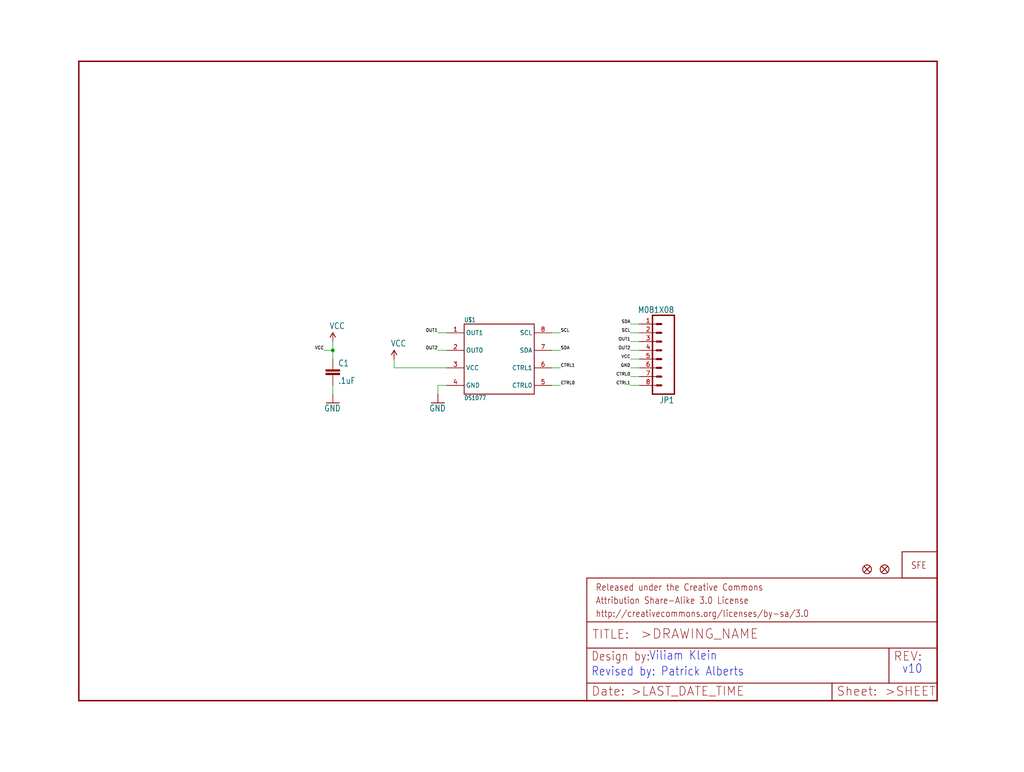
<source format=kicad_sch>
(kicad_sch (version 20211123) (generator eeschema)
  (paper "User" 297.002 223.926)
  (lib_symbols
    (symbol "schematicEagle-eagle-import:CAP0603"
      (property "Reference" "C" (at 1.524 2.921 0))
      (property "Value" "CAP0603" (at 1.524 -2.159 0))
      (symbol "CAP0603_1_0"
        (rectangle (start -2.032 0.508) (end 2.032 1.016) (fill (type outline)))
        (rectangle (start -2.032 1.524) (end 2.032 2.032) (fill (type outline)))
        (polyline (pts (xy 0 0) (xy 0 0.508)) (stroke (width 0.1524)))
        (polyline (pts (xy 0 2.54) (xy 0 2.032)) (stroke (width 0.1524)))
        (pin passive line (at 0 5.08 270) (length 2.54) (name "1") (number "1"))
        (pin passive line (at 0 -2.54 90) (length 2.54) (name "2") (number "2"))
      )
    )
    (symbol "schematicEagle-eagle-import:DS1077"
      (property "Value" "DS1077" (at -10.16 -11.938 0))
      (symbol "DS1077_1_0"
        (polyline (pts (xy -10.16 -10.16) (xy 10.16 -10.16)) (stroke (width 0.254)))
        (polyline (pts (xy -10.16 10.16) (xy -10.16 -10.16)) (stroke (width 0.254)))
        (polyline (pts (xy 10.16 -10.16) (xy 10.16 10.16)) (stroke (width 0.254)))
        (polyline (pts (xy 10.16 10.16) (xy -10.16 10.16)) (stroke (width 0.254)))
        (pin bidirectional line (at -15.24 7.62 0) (length 5.08) (name "OUT1") (number "1"))
        (pin bidirectional line (at -15.24 2.54 0) (length 5.08) (name "OUT0") (number "2"))
        (pin bidirectional line (at -15.24 -2.54 0) (length 5.08) (name "VCC") (number "3"))
        (pin bidirectional line (at -15.24 -7.62 0) (length 5.08) (name "GND") (number "4"))
        (pin bidirectional line (at 15.24 -7.62 180) (length 5.08) (name "CTRL0") (number "5"))
        (pin bidirectional line (at 15.24 -2.54 180) (length 5.08) (name "CTRL1") (number "6"))
        (pin bidirectional line (at 15.24 2.54 180) (length 5.08) (name "SDA") (number "7"))
        (pin bidirectional line (at 15.24 7.62 180) (length 5.08) (name "SCL") (number "8"))
      )
    )
    (symbol "schematicEagle-eagle-import:FIDUCIAL1X2"
      (symbol "FIDUCIAL1X2_1_0"
        (polyline (pts (xy -0.762 0.762) (xy 0.762 -0.762)) (stroke (width 0.254)))
        (polyline (pts (xy 0.762 0.762) (xy -0.762 -0.762)) (stroke (width 0.254)))
        (circle (center 0 0) (radius 1.27) (stroke (width 0.254)))
      )
    )
    (symbol "schematicEagle-eagle-import:FRAME-LETTER"
      (symbol "FRAME-LETTER_1_0"
        (polyline (pts (xy 0 0) (xy 248.92 0)) (stroke (width 0.4064)))
        (polyline (pts (xy 0 185.42) (xy 0 0)) (stroke (width 0.4064)))
        (polyline (pts (xy 0 185.42) (xy 248.92 185.42)) (stroke (width 0.4064)))
        (polyline (pts (xy 248.92 185.42) (xy 248.92 0)) (stroke (width 0.4064)))
      )
      (symbol "FRAME-LETTER_2_0"
        (polyline (pts (xy 0 0) (xy 0 5.08)) (stroke (width 0.254)))
        (polyline (pts (xy 0 0) (xy 71.12 0)) (stroke (width 0.254)))
        (polyline (pts (xy 0 5.08) (xy 0 15.24)) (stroke (width 0.254)))
        (polyline (pts (xy 0 5.08) (xy 71.12 5.08)) (stroke (width 0.254)))
        (polyline (pts (xy 0 15.24) (xy 0 22.86)) (stroke (width 0.254)))
        (polyline (pts (xy 0 22.86) (xy 0 35.56)) (stroke (width 0.254)))
        (polyline (pts (xy 0 22.86) (xy 101.6 22.86)) (stroke (width 0.254)))
        (polyline (pts (xy 71.12 0) (xy 101.6 0)) (stroke (width 0.254)))
        (polyline (pts (xy 71.12 5.08) (xy 71.12 0)) (stroke (width 0.254)))
        (polyline (pts (xy 71.12 5.08) (xy 87.63 5.08)) (stroke (width 0.254)))
        (polyline (pts (xy 87.63 5.08) (xy 101.6 5.08)) (stroke (width 0.254)))
        (polyline (pts (xy 87.63 15.24) (xy 0 15.24)) (stroke (width 0.254)))
        (polyline (pts (xy 87.63 15.24) (xy 87.63 5.08)) (stroke (width 0.254)))
        (polyline (pts (xy 101.6 5.08) (xy 101.6 0)) (stroke (width 0.254)))
        (polyline (pts (xy 101.6 15.24) (xy 87.63 15.24)) (stroke (width 0.254)))
        (polyline (pts (xy 101.6 15.24) (xy 101.6 5.08)) (stroke (width 0.254)))
        (polyline (pts (xy 101.6 22.86) (xy 101.6 15.24)) (stroke (width 0.254)))
        (polyline (pts (xy 101.6 35.56) (xy 0 35.56)) (stroke (width 0.254)))
        (polyline (pts (xy 101.6 35.56) (xy 101.6 22.86)) (stroke (width 0.254)))
        (text ">DRAWING_NAME" (at 15.494 17.78 0) (effects (font (size 2.7432 2.7432)) (justify left bottom)))
        (text ">LAST_DATE_TIME" (at 12.7 1.27 0) (effects (font (size 2.54 2.54)) (justify left bottom)))
        (text ">SHEET" (at 86.36 1.27 0) (effects (font (size 2.54 2.54)) (justify left bottom)))
        (text "Attribution Share-Alike 3.0 License" (at 2.54 27.94 0) (effects (font (size 1.9304 1.6408)) (justify left bottom)))
        (text "Date:" (at 1.27 1.27 0) (effects (font (size 2.54 2.54)) (justify left bottom)))
        (text "Design by:" (at 1.27 11.43 0) (effects (font (size 2.54 2.159)) (justify left bottom)))
        (text "http://creativecommons.org/licenses/by-sa/3.0" (at 2.54 24.13 0) (effects (font (size 1.9304 1.6408)) (justify left bottom)))
        (text "Released under the Creative Commons" (at 2.54 31.75 0) (effects (font (size 1.9304 1.6408)) (justify left bottom)))
        (text "REV:" (at 88.9 11.43 0) (effects (font (size 2.54 2.54)) (justify left bottom)))
        (text "Sheet:" (at 72.39 1.27 0) (effects (font (size 2.54 2.54)) (justify left bottom)))
        (text "TITLE:" (at 1.524 17.78 0) (effects (font (size 2.54 2.54)) (justify left bottom)))
      )
    )
    (symbol "schematicEagle-eagle-import:GND" (power)
      (property "Value" "GND" (at -2.54 -2.54 0))
      (symbol "GND_1_0"
        (polyline (pts (xy -1.905 0) (xy 1.905 0)) (stroke (width 0.254)))
        (pin power_in line (at 0 2.54 270) (length 2.54) (name "GND") (number "1"))
      )
    )
    (symbol "schematicEagle-eagle-import:LOGO-SFESK"
      (symbol "LOGO-SFESK_1_0"
        (polyline (pts (xy -2.54 -2.54) (xy 7.62 -2.54)) (stroke (width 0.254)))
        (polyline (pts (xy -2.54 5.08) (xy -2.54 -2.54)) (stroke (width 0.254)))
        (polyline (pts (xy 7.62 -2.54) (xy 7.62 5.08)) (stroke (width 0.254)))
        (polyline (pts (xy 7.62 5.08) (xy -2.54 5.08)) (stroke (width 0.254)))
        (text "SFE" (at 0 0 0) (effects (font (size 1.9304 1.6408)) (justify left bottom)))
      )
    )
    (symbol "schematicEagle-eagle-import:M081X08"
      (property "Reference" "JP" (at -5.08 13.462 0))
      (property "Value" "M081X08" (at -5.08 -12.7 0))
      (symbol "M081X08_1_0"
        (polyline (pts (xy -5.08 12.7) (xy -5.08 -10.16)) (stroke (width 0.4064)))
        (polyline (pts (xy -5.08 12.7) (xy 1.27 12.7)) (stroke (width 0.4064)))
        (polyline (pts (xy -1.27 -7.62) (xy 0 -7.62)) (stroke (width 0.6096)))
        (polyline (pts (xy -1.27 -5.08) (xy 0 -5.08)) (stroke (width 0.6096)))
        (polyline (pts (xy -1.27 -2.54) (xy 0 -2.54)) (stroke (width 0.6096)))
        (polyline (pts (xy -1.27 0) (xy 0 0)) (stroke (width 0.6096)))
        (polyline (pts (xy -1.27 2.54) (xy 0 2.54)) (stroke (width 0.6096)))
        (polyline (pts (xy -1.27 5.08) (xy 0 5.08)) (stroke (width 0.6096)))
        (polyline (pts (xy -1.27 7.62) (xy 0 7.62)) (stroke (width 0.6096)))
        (polyline (pts (xy -1.27 10.16) (xy 0 10.16)) (stroke (width 0.6096)))
        (polyline (pts (xy 1.27 -10.16) (xy -5.08 -10.16)) (stroke (width 0.4064)))
        (polyline (pts (xy 1.27 -10.16) (xy 1.27 12.7)) (stroke (width 0.4064)))
        (pin passive line (at 5.08 -7.62 180) (length 5.08) (name "1") (number "1"))
        (pin passive line (at 5.08 -5.08 180) (length 5.08) (name "2") (number "2"))
        (pin passive line (at 5.08 -2.54 180) (length 5.08) (name "3") (number "3"))
        (pin passive line (at 5.08 0 180) (length 5.08) (name "4") (number "4"))
        (pin passive line (at 5.08 2.54 180) (length 5.08) (name "5") (number "5"))
        (pin passive line (at 5.08 5.08 180) (length 5.08) (name "6") (number "6"))
        (pin passive line (at 5.08 7.62 180) (length 5.08) (name "7") (number "7"))
        (pin passive line (at 5.08 10.16 180) (length 5.08) (name "8") (number "8"))
      )
    )
    (symbol "schematicEagle-eagle-import:VCC" (power)
      (property "Value" "VCC" (at -1.016 3.556 0))
      (symbol "VCC_1_0"
        (polyline (pts (xy 0 2.54) (xy -0.762 1.27)) (stroke (width 0.254)))
        (polyline (pts (xy 0.762 1.27) (xy 0 2.54)) (stroke (width 0.254)))
        (pin power_in line (at 0 0 90) (length 2.54) (name "VCC") (number "1"))
      )
    )
  )
  (junction (at 96.52 101.6))
  (wire (pts (xy 96.52 101.6) (xy 96.52 99.06)))
  (wire (pts (xy 129.54 106.68) (xy 114.3 106.68)))
  (wire (pts (xy 185.42 101.6) (xy 182.88 101.6)))
  (wire (pts (xy 129.54 111.76) (xy 127 111.76)))
  (wire (pts (xy 129.54 101.6) (xy 127 101.6)))
  (wire (pts (xy 160.02 106.68) (xy 162.56 106.68)))
  (wire (pts (xy 185.42 96.52) (xy 182.88 96.52)))
  (wire (pts (xy 160.02 96.52) (xy 162.56 96.52)))
  (wire (pts (xy 96.52 114.3) (xy 96.52 111.76)))
  (wire (pts (xy 96.52 101.6) (xy 96.52 104.14)))
  (wire (pts (xy 185.42 111.76) (xy 182.88 111.76)))
  (wire (pts (xy 185.42 99.06) (xy 182.88 99.06)))
  (wire (pts (xy 185.42 93.98) (xy 182.88 93.98)))
  (wire (pts (xy 185.42 106.68) (xy 182.88 106.68)))
  (wire (pts (xy 114.3 106.68) (xy 114.3 104.14)))
  (wire (pts (xy 129.54 96.52) (xy 127 96.52)))
  (wire (pts (xy 93.98 101.6) (xy 96.52 101.6)))
  (wire (pts (xy 160.02 111.76) (xy 162.56 111.76)))
  (wire (pts (xy 127 111.76) (xy 127 114.3)))
  (wire (pts (xy 160.02 101.6) (xy 162.56 101.6)))
  (wire (pts (xy 185.42 109.22) (xy 182.88 109.22)))
  (wire (pts (xy 185.42 104.14) (xy 182.88 104.14)))
  (text "v10" (at 261.62 195.58 180) (effects (font (size 2.54 2.159)) (justify left bottom)))
  (text "Viliam Klein" (at 188.214 191.77 180) (effects (font (size 2.54 2.159)) (justify left bottom)))
  (text "Revised by: Patrick Alberts" (at 171.45 196.342 180) (effects (font (size 2.54 2.159)) (justify left bottom)))
  (label "CTRL1" (at 162.56 106.68 0) (effects (font (size 0.889 0.889))))
  (label "CTRL0" (at 162.56 111.76 0) (effects (font (size 0.889 0.889))))
  (label "SDA" (at 182.88 93.98 180) (effects (font (size 0.889 0.889))))
  (label "GND" (at 182.88 106.68 180) (effects (font (size 0.889 0.889))))
  (label "SCL" (at 162.56 96.52 0) (effects (font (size 0.889 0.889))))
  (label "CTRL0" (at 182.88 109.22 180) (effects (font (size 0.889 0.889))))
  (label "OUT1" (at 182.88 99.06 180) (effects (font (size 0.889 0.889))))
  (label "VCC" (at 182.88 104.14 180) (effects (font (size 0.889 0.889))))
  (label "OUT2" (at 182.88 101.6 180) (effects (font (size 0.889 0.889))))
  (label "SCL" (at 182.88 96.52 180) (effects (font (size 0.889 0.889))))
  (label "SDA" (at 162.56 101.6 0) (effects (font (size 0.889 0.889))))
  (label "OUT2" (at 127 101.6 180) (effects (font (size 0.889 0.889))))
  (label "VCC" (at 93.98 101.6 180) (effects (font (size 0.889 0.889))))
  (label "CTRL1" (at 182.88 111.76 180) (effects (font (size 0.889 0.889))))
  (label "OUT1" (at 127 96.52 180) (effects (font (size 0.889 0.889))))
  (symbol (lib_id "schematicEagle-eagle-import:FIDUCIAL1X2") (at 256.54 165.1 0) (unit 1)
    (property "Reference" "U$4" (effects hide))
    (property "Value" "FIDUCIAL1X2" (effects hide))
    (property "Footprint" "schematicEagle:FIDUCIAL-1X2" (effects hide))
  )
  (symbol (lib_id "schematicEagle-eagle-import:CAP0603") (at 96.52 109.22 0) (unit 1)
    (property "Reference" "C1" (at 98.044 106.299 0) (effects (font (size 1.778 1.5113)) (justify left bottom)))
    (property "Value" ".1uF" (at 98.044 111.379 0) (effects (font (size 1.778 1.5113)) (justify left bottom)))
    (property "Footprint" "schematicEagle:0603" (effects hide))
  )
  (symbol (lib_id "schematicEagle-eagle-import:LOGO-SFESK") (at 264.16 165.1 0) (unit 1)
    (property "Reference" "U$2" (effects hide))
    (property "Value" "LOGO-SFESK" (effects hide))
    (property "Footprint" "schematicEagle:SFE-LOGO-FLAME" (effects hide))
  )
  (symbol (lib_id "schematicEagle-eagle-import:FRAME-LETTER") (at 22.86 203.2 0) (unit 1)
    (property "Reference" "FRAME1" (effects hide))
    (property "Value" "FRAME-LETTER" (effects hide))
    (property "Footprint" "schematicEagle:CREATIVE_COMMONS" (effects hide))
  )
  (symbol (lib_id "schematicEagle-eagle-import:M081X08") (at 190.5 101.6 180) (unit 1)
    (property "Reference" "JP1" (at 195.58 115.062 0) (effects (font (size 1.778 1.5113)) (justify left bottom)))
    (property "Value" "M081X08" (at 195.58 88.9 0) (effects (font (size 1.778 1.5113)) (justify left bottom)))
    (property "Footprint" "schematicEagle:1X08" (effects hide))
  )
  (symbol (lib_id "schematicEagle-eagle-import:VCC") (at 96.52 99.06 0) (unit 1)
    (property "Reference" "#P+2" (effects hide))
    (property "Value" "VCC" (at 95.504 95.504 0) (effects (font (size 1.778 1.5113)) (justify left bottom)))
    (property "Footprint" "schematicEagle:" (effects hide))
  )
  (symbol (lib_id "schematicEagle-eagle-import:VCC") (at 114.3 104.14 0) (unit 1)
    (property "Reference" "#P+1" (effects hide))
    (property "Value" "VCC" (at 113.284 100.584 0) (effects (font (size 1.778 1.5113)) (justify left bottom)))
    (property "Footprint" "schematicEagle:" (effects hide))
  )
  (symbol (lib_id "schematicEagle-eagle-import:FIDUCIAL1X2") (at 251.46 165.1 0) (unit 1)
    (property "Reference" "U$3" (effects hide))
    (property "Value" "FIDUCIAL1X2" (effects hide))
    (property "Footprint" "schematicEagle:FIDUCIAL-1X2" (effects hide))
  )
  (symbol (lib_id "schematicEagle-eagle-import:DS1077") (at 144.78 104.14 0) (unit 1)
    (property "Reference" "U$1" (at 134.62 93.472 0) (effects (font (size 1.27 1.0795)) (justify left bottom)))
    (property "Value" "DS1077" (at 134.62 116.078 0) (effects (font (size 1.27 1.0795)) (justify left bottom)))
    (property "Footprint" "schematicEagle:SO08" (effects hide))
  )
  (symbol (lib_id "schematicEagle-eagle-import:GND") (at 127 116.84 0) (unit 1)
    (property "Reference" "#GND1" (effects hide))
    (property "Value" "GND" (at 124.46 119.38 0) (effects (font (size 1.778 1.5113)) (justify left bottom)))
    (property "Footprint" "schematicEagle:" (effects hide))
  )
  (symbol (lib_id "schematicEagle-eagle-import:FRAME-LETTER") (at 170.18 203.2 0) (unit 2)
    (property "Reference" "FRAME1" (effects hide))
    (property "Value" "FRAME-LETTER" (effects hide))
    (property "Footprint" "schematicEagle:CREATIVE_COMMONS" (effects hide))
  )
  (symbol (lib_id "schematicEagle-eagle-import:GND") (at 96.52 116.84 0) (unit 1)
    (property "Reference" "#GND2" (effects hide))
    (property "Value" "GND" (at 93.98 119.38 0) (effects (font (size 1.778 1.5113)) (justify left bottom)))
    (property "Footprint" "schematicEagle:" (effects hide))
  )
)
</source>
